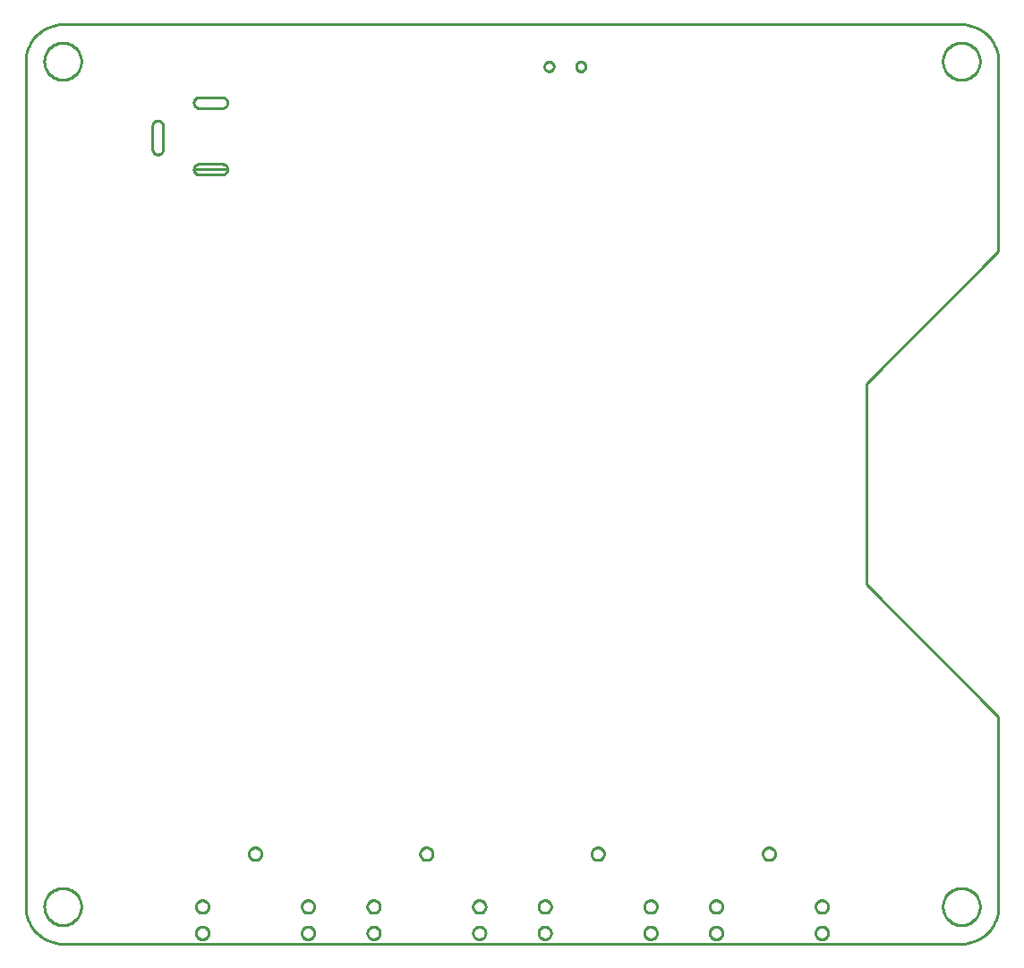
<source format=gbr>
G04 EAGLE Gerber RS-274X export*
G75*
%MOMM*%
%FSLAX34Y34*%
%LPD*%
%IN*%
%IPPOS*%
%AMOC8*
5,1,8,0,0,1.08239X$1,22.5*%
G01*
%ADD10C,0.254000*%


D10*
X-920000Y35000D02*
X-919867Y31950D01*
X-919468Y28922D01*
X-918807Y25941D01*
X-917889Y23029D01*
X-916721Y20208D01*
X-915311Y17500D01*
X-913670Y14925D01*
X-911812Y12502D01*
X-909749Y10251D01*
X-907498Y8188D01*
X-905075Y6330D01*
X-902500Y4689D01*
X-899792Y3279D01*
X-896971Y2111D01*
X-894059Y1193D01*
X-891078Y532D01*
X-888050Y133D01*
X-885000Y0D01*
X-35000Y0D01*
X-31950Y133D01*
X-28922Y532D01*
X-25941Y1193D01*
X-23029Y2111D01*
X-20208Y3279D01*
X-17500Y4689D01*
X-14925Y6330D01*
X-12502Y8188D01*
X-10251Y10251D01*
X-8188Y12502D01*
X-6330Y14925D01*
X-4689Y17500D01*
X-3279Y20208D01*
X-2111Y23029D01*
X-1193Y25941D01*
X-532Y28922D01*
X-133Y31950D01*
X0Y35000D01*
X0Y215000D01*
X-125000Y340000D01*
X-125000Y530000D01*
X0Y655000D01*
X0Y835000D01*
X-133Y838050D01*
X-532Y841078D01*
X-1193Y844059D01*
X-2111Y846971D01*
X-3279Y849792D01*
X-4689Y852500D01*
X-6330Y855075D01*
X-8188Y857498D01*
X-10251Y859749D01*
X-12502Y861812D01*
X-14925Y863670D01*
X-17500Y865311D01*
X-20208Y866721D01*
X-23029Y867889D01*
X-25941Y868807D01*
X-28922Y869468D01*
X-31950Y869867D01*
X-35000Y870000D01*
X-885000Y870000D01*
X-888050Y869867D01*
X-891078Y869468D01*
X-894059Y868807D01*
X-896971Y867889D01*
X-899792Y866721D01*
X-902500Y865311D01*
X-905075Y863670D01*
X-907498Y861812D01*
X-909749Y859749D01*
X-911812Y857498D01*
X-913670Y855075D01*
X-915311Y852500D01*
X-916721Y849792D01*
X-917889Y846971D01*
X-918807Y844059D01*
X-919468Y841078D01*
X-919867Y838050D01*
X-920000Y835000D01*
X-920000Y35000D01*
X-800100Y751800D02*
X-800081Y751364D01*
X-800024Y750932D01*
X-799930Y750506D01*
X-799798Y750090D01*
X-799632Y749687D01*
X-799430Y749300D01*
X-799196Y748932D01*
X-798930Y748586D01*
X-798636Y748264D01*
X-798314Y747970D01*
X-797968Y747704D01*
X-797600Y747470D01*
X-797213Y747268D01*
X-796810Y747102D01*
X-796394Y746970D01*
X-795968Y746876D01*
X-795536Y746819D01*
X-795100Y746800D01*
X-794664Y746819D01*
X-794232Y746876D01*
X-793806Y746970D01*
X-793390Y747102D01*
X-792987Y747268D01*
X-792600Y747470D01*
X-792232Y747704D01*
X-791886Y747970D01*
X-791564Y748264D01*
X-791270Y748586D01*
X-791004Y748932D01*
X-790770Y749300D01*
X-790568Y749687D01*
X-790402Y750090D01*
X-790270Y750506D01*
X-790176Y750932D01*
X-790119Y751364D01*
X-790100Y751800D01*
X-790100Y773800D01*
X-790119Y774236D01*
X-790176Y774668D01*
X-790270Y775094D01*
X-790402Y775510D01*
X-790568Y775913D01*
X-790770Y776300D01*
X-791004Y776668D01*
X-791270Y777014D01*
X-791564Y777336D01*
X-791886Y777630D01*
X-792232Y777896D01*
X-792600Y778130D01*
X-792987Y778332D01*
X-793390Y778498D01*
X-793806Y778630D01*
X-794232Y778724D01*
X-794664Y778781D01*
X-795100Y778800D01*
X-795536Y778781D01*
X-795968Y778724D01*
X-796394Y778630D01*
X-796810Y778498D01*
X-797213Y778332D01*
X-797600Y778130D01*
X-797968Y777896D01*
X-798314Y777630D01*
X-798636Y777336D01*
X-798930Y777014D01*
X-799196Y776668D01*
X-799430Y776300D01*
X-799632Y775913D01*
X-799798Y775510D01*
X-799930Y775094D01*
X-800024Y774668D01*
X-800081Y774236D01*
X-800100Y773800D01*
X-800100Y751800D01*
X-761100Y795800D02*
X-761081Y795364D01*
X-761024Y794932D01*
X-760930Y794506D01*
X-760798Y794090D01*
X-760632Y793687D01*
X-760430Y793300D01*
X-760196Y792932D01*
X-759930Y792586D01*
X-759636Y792264D01*
X-759314Y791970D01*
X-758968Y791704D01*
X-758600Y791470D01*
X-758213Y791268D01*
X-757810Y791102D01*
X-757394Y790970D01*
X-756968Y790876D01*
X-756536Y790819D01*
X-756100Y790800D01*
X-734100Y790800D01*
X-733664Y790819D01*
X-733232Y790876D01*
X-732806Y790970D01*
X-732390Y791102D01*
X-731987Y791268D01*
X-731600Y791470D01*
X-731232Y791704D01*
X-730886Y791970D01*
X-730564Y792264D01*
X-730270Y792586D01*
X-730004Y792932D01*
X-729770Y793300D01*
X-729568Y793687D01*
X-729402Y794090D01*
X-729270Y794506D01*
X-729176Y794932D01*
X-729119Y795364D01*
X-729100Y795800D01*
X-729119Y796236D01*
X-729176Y796668D01*
X-729270Y797094D01*
X-729402Y797510D01*
X-729568Y797913D01*
X-729770Y798300D01*
X-730004Y798668D01*
X-730270Y799014D01*
X-730564Y799336D01*
X-730886Y799630D01*
X-731232Y799896D01*
X-731600Y800130D01*
X-731987Y800332D01*
X-732390Y800498D01*
X-732806Y800630D01*
X-733232Y800724D01*
X-733664Y800781D01*
X-734100Y800800D01*
X-756100Y800800D01*
X-756536Y800781D01*
X-756968Y800724D01*
X-757394Y800630D01*
X-757810Y800498D01*
X-758213Y800332D01*
X-758600Y800130D01*
X-758968Y799896D01*
X-759314Y799630D01*
X-759636Y799336D01*
X-759930Y799014D01*
X-760196Y798668D01*
X-760430Y798300D01*
X-760632Y797913D01*
X-760798Y797510D01*
X-760930Y797094D01*
X-761024Y796668D01*
X-761081Y796236D01*
X-761100Y795800D01*
X-761100Y732800D02*
X-761081Y732364D01*
X-761024Y731932D01*
X-760930Y731506D01*
X-760798Y731090D01*
X-760632Y730687D01*
X-760430Y730300D01*
X-760196Y729932D01*
X-759930Y729586D01*
X-759636Y729264D01*
X-759314Y728970D01*
X-758968Y728704D01*
X-758600Y728470D01*
X-758213Y728268D01*
X-757810Y728102D01*
X-757394Y727970D01*
X-756968Y727876D01*
X-756536Y727819D01*
X-756100Y727800D01*
X-734100Y727800D01*
X-733664Y727819D01*
X-733232Y727876D01*
X-732806Y727970D01*
X-732390Y728102D01*
X-731987Y728268D01*
X-731600Y728470D01*
X-731232Y728704D01*
X-730886Y728970D01*
X-730564Y729264D01*
X-730270Y729586D01*
X-730004Y729932D01*
X-729770Y730300D01*
X-729568Y730687D01*
X-729402Y731090D01*
X-729270Y731506D01*
X-729176Y731932D01*
X-729119Y732364D01*
X-729100Y732800D01*
X-761100Y732800D01*
X-761100Y732800D02*
X-729100Y732800D01*
X-729119Y733236D01*
X-729176Y733668D01*
X-729270Y734094D01*
X-729402Y734510D01*
X-729568Y734913D01*
X-729770Y735300D01*
X-730004Y735668D01*
X-730270Y736014D01*
X-730564Y736336D01*
X-730886Y736630D01*
X-731232Y736896D01*
X-731600Y737130D01*
X-731987Y737332D01*
X-732390Y737498D01*
X-732806Y737630D01*
X-733232Y737724D01*
X-733664Y737781D01*
X-734100Y737800D01*
X-756100Y737800D01*
X-756536Y737781D01*
X-756968Y737724D01*
X-757394Y737630D01*
X-757810Y737498D01*
X-758213Y737332D01*
X-758600Y737130D01*
X-758968Y736896D01*
X-759314Y736630D01*
X-759636Y736336D01*
X-759930Y736014D01*
X-760196Y735668D01*
X-760430Y735300D01*
X-760632Y734913D01*
X-760798Y734510D01*
X-760930Y734094D01*
X-761024Y733668D01*
X-761081Y733236D01*
X-761100Y732800D01*
X-761100Y732800D02*
X-761081Y732364D01*
X-761024Y731932D01*
X-760930Y731506D01*
X-760798Y731090D01*
X-760632Y730687D01*
X-760430Y730300D01*
X-760196Y729932D01*
X-759930Y729586D01*
X-759636Y729264D01*
X-759314Y728970D01*
X-758968Y728704D01*
X-758600Y728470D01*
X-758213Y728268D01*
X-757810Y728102D01*
X-757394Y727970D01*
X-756968Y727876D01*
X-756536Y727819D01*
X-756100Y727800D01*
X-734100Y727800D01*
X-733664Y727819D01*
X-733232Y727876D01*
X-732806Y727970D01*
X-732390Y728102D01*
X-731987Y728268D01*
X-731600Y728470D01*
X-731232Y728704D01*
X-730886Y728970D01*
X-730564Y729264D01*
X-730270Y729586D01*
X-730004Y729932D01*
X-729770Y730300D01*
X-729568Y730687D01*
X-729402Y731090D01*
X-729270Y731506D01*
X-729176Y731932D01*
X-729119Y732364D01*
X-729100Y732800D01*
X-729119Y733236D01*
X-729176Y733668D01*
X-729270Y734094D01*
X-729402Y734510D01*
X-729568Y734913D01*
X-729770Y735300D01*
X-730004Y735668D01*
X-730270Y736014D01*
X-730564Y736336D01*
X-730886Y736630D01*
X-731232Y736896D01*
X-731600Y737130D01*
X-731987Y737332D01*
X-732390Y737498D01*
X-732806Y737630D01*
X-733232Y737724D01*
X-733664Y737781D01*
X-734100Y737800D01*
X-756100Y737800D01*
X-756536Y737781D01*
X-756968Y737724D01*
X-757394Y737630D01*
X-757810Y737498D01*
X-758213Y737332D01*
X-758600Y737130D01*
X-758968Y736896D01*
X-759314Y736630D01*
X-759636Y736336D01*
X-759930Y736014D01*
X-760196Y735668D01*
X-760430Y735300D01*
X-760632Y734913D01*
X-760798Y734510D01*
X-760930Y734094D01*
X-761024Y733668D01*
X-761081Y733236D01*
X-761100Y732800D01*
X-867500Y34427D02*
X-867575Y33284D01*
X-867725Y32148D01*
X-867948Y31024D01*
X-868245Y29917D01*
X-868613Y28832D01*
X-869051Y27774D01*
X-869558Y26746D01*
X-870131Y25754D01*
X-870768Y24801D01*
X-871465Y23892D01*
X-872221Y23031D01*
X-873031Y22221D01*
X-873892Y21465D01*
X-874801Y20768D01*
X-875754Y20131D01*
X-876746Y19558D01*
X-877774Y19051D01*
X-878832Y18613D01*
X-879917Y18245D01*
X-881024Y17948D01*
X-882148Y17725D01*
X-883284Y17575D01*
X-884427Y17500D01*
X-885573Y17500D01*
X-886716Y17575D01*
X-887852Y17725D01*
X-888976Y17948D01*
X-890083Y18245D01*
X-891168Y18613D01*
X-892226Y19051D01*
X-893254Y19558D01*
X-894246Y20131D01*
X-895199Y20768D01*
X-896108Y21465D01*
X-896969Y22221D01*
X-897779Y23031D01*
X-898535Y23892D01*
X-899232Y24801D01*
X-899869Y25754D01*
X-900442Y26746D01*
X-900949Y27774D01*
X-901387Y28832D01*
X-901755Y29917D01*
X-902052Y31024D01*
X-902276Y32148D01*
X-902425Y33284D01*
X-902500Y34427D01*
X-902500Y35573D01*
X-902425Y36716D01*
X-902276Y37852D01*
X-902052Y38976D01*
X-901755Y40083D01*
X-901387Y41168D01*
X-900949Y42226D01*
X-900442Y43254D01*
X-899869Y44246D01*
X-899232Y45199D01*
X-898535Y46108D01*
X-897779Y46969D01*
X-896969Y47779D01*
X-896108Y48535D01*
X-895199Y49232D01*
X-894246Y49869D01*
X-893254Y50442D01*
X-892226Y50949D01*
X-891168Y51387D01*
X-890083Y51755D01*
X-888976Y52052D01*
X-887852Y52276D01*
X-886716Y52425D01*
X-885573Y52500D01*
X-884427Y52500D01*
X-883284Y52425D01*
X-882148Y52276D01*
X-881024Y52052D01*
X-879917Y51755D01*
X-878832Y51387D01*
X-877774Y50949D01*
X-876746Y50442D01*
X-875754Y49869D01*
X-874801Y49232D01*
X-873892Y48535D01*
X-873031Y47779D01*
X-872221Y46969D01*
X-871465Y46108D01*
X-870768Y45199D01*
X-870131Y44246D01*
X-869558Y43254D01*
X-869051Y42226D01*
X-868613Y41168D01*
X-868245Y40083D01*
X-867948Y38976D01*
X-867725Y37852D01*
X-867575Y36716D01*
X-867500Y35573D01*
X-867500Y34427D01*
X-17500Y34427D02*
X-17575Y33284D01*
X-17725Y32148D01*
X-17948Y31024D01*
X-18245Y29917D01*
X-18613Y28832D01*
X-19051Y27774D01*
X-19558Y26746D01*
X-20131Y25754D01*
X-20768Y24801D01*
X-21465Y23892D01*
X-22221Y23031D01*
X-23031Y22221D01*
X-23892Y21465D01*
X-24801Y20768D01*
X-25754Y20131D01*
X-26746Y19558D01*
X-27774Y19051D01*
X-28832Y18613D01*
X-29917Y18245D01*
X-31024Y17948D01*
X-32148Y17725D01*
X-33284Y17575D01*
X-34427Y17500D01*
X-35573Y17500D01*
X-36716Y17575D01*
X-37852Y17725D01*
X-38976Y17948D01*
X-40083Y18245D01*
X-41168Y18613D01*
X-42226Y19051D01*
X-43254Y19558D01*
X-44246Y20131D01*
X-45199Y20768D01*
X-46108Y21465D01*
X-46969Y22221D01*
X-47779Y23031D01*
X-48535Y23892D01*
X-49232Y24801D01*
X-49869Y25754D01*
X-50442Y26746D01*
X-50949Y27774D01*
X-51387Y28832D01*
X-51755Y29917D01*
X-52052Y31024D01*
X-52276Y32148D01*
X-52425Y33284D01*
X-52500Y34427D01*
X-52500Y35573D01*
X-52425Y36716D01*
X-52276Y37852D01*
X-52052Y38976D01*
X-51755Y40083D01*
X-51387Y41168D01*
X-50949Y42226D01*
X-50442Y43254D01*
X-49869Y44246D01*
X-49232Y45199D01*
X-48535Y46108D01*
X-47779Y46969D01*
X-46969Y47779D01*
X-46108Y48535D01*
X-45199Y49232D01*
X-44246Y49869D01*
X-43254Y50442D01*
X-42226Y50949D01*
X-41168Y51387D01*
X-40083Y51755D01*
X-38976Y52052D01*
X-37852Y52276D01*
X-36716Y52425D01*
X-35573Y52500D01*
X-34427Y52500D01*
X-33284Y52425D01*
X-32148Y52276D01*
X-31024Y52052D01*
X-29917Y51755D01*
X-28832Y51387D01*
X-27774Y50949D01*
X-26746Y50442D01*
X-25754Y49869D01*
X-24801Y49232D01*
X-23892Y48535D01*
X-23031Y47779D01*
X-22221Y46969D01*
X-21465Y46108D01*
X-20768Y45199D01*
X-20131Y44246D01*
X-19558Y43254D01*
X-19051Y42226D01*
X-18613Y41168D01*
X-18245Y40083D01*
X-17948Y38976D01*
X-17725Y37852D01*
X-17575Y36716D01*
X-17500Y35573D01*
X-17500Y34427D01*
X-17500Y834427D02*
X-17575Y833284D01*
X-17725Y832148D01*
X-17948Y831024D01*
X-18245Y829917D01*
X-18613Y828832D01*
X-19051Y827774D01*
X-19558Y826746D01*
X-20131Y825754D01*
X-20768Y824801D01*
X-21465Y823892D01*
X-22221Y823031D01*
X-23031Y822221D01*
X-23892Y821465D01*
X-24801Y820768D01*
X-25754Y820131D01*
X-26746Y819558D01*
X-27774Y819051D01*
X-28832Y818613D01*
X-29917Y818245D01*
X-31024Y817948D01*
X-32148Y817725D01*
X-33284Y817575D01*
X-34427Y817500D01*
X-35573Y817500D01*
X-36716Y817575D01*
X-37852Y817725D01*
X-38976Y817948D01*
X-40083Y818245D01*
X-41168Y818613D01*
X-42226Y819051D01*
X-43254Y819558D01*
X-44246Y820131D01*
X-45199Y820768D01*
X-46108Y821465D01*
X-46969Y822221D01*
X-47779Y823031D01*
X-48535Y823892D01*
X-49232Y824801D01*
X-49869Y825754D01*
X-50442Y826746D01*
X-50949Y827774D01*
X-51387Y828832D01*
X-51755Y829917D01*
X-52052Y831024D01*
X-52276Y832148D01*
X-52425Y833284D01*
X-52500Y834427D01*
X-52500Y835573D01*
X-52425Y836716D01*
X-52276Y837852D01*
X-52052Y838976D01*
X-51755Y840083D01*
X-51387Y841168D01*
X-50949Y842226D01*
X-50442Y843254D01*
X-49869Y844246D01*
X-49232Y845199D01*
X-48535Y846108D01*
X-47779Y846969D01*
X-46969Y847779D01*
X-46108Y848535D01*
X-45199Y849232D01*
X-44246Y849869D01*
X-43254Y850442D01*
X-42226Y850949D01*
X-41168Y851387D01*
X-40083Y851755D01*
X-38976Y852052D01*
X-37852Y852276D01*
X-36716Y852425D01*
X-35573Y852500D01*
X-34427Y852500D01*
X-33284Y852425D01*
X-32148Y852276D01*
X-31024Y852052D01*
X-29917Y851755D01*
X-28832Y851387D01*
X-27774Y850949D01*
X-26746Y850442D01*
X-25754Y849869D01*
X-24801Y849232D01*
X-23892Y848535D01*
X-23031Y847779D01*
X-22221Y846969D01*
X-21465Y846108D01*
X-20768Y845199D01*
X-20131Y844246D01*
X-19558Y843254D01*
X-19051Y842226D01*
X-18613Y841168D01*
X-18245Y840083D01*
X-17948Y838976D01*
X-17725Y837852D01*
X-17575Y836716D01*
X-17500Y835573D01*
X-17500Y834427D01*
X-867500Y834427D02*
X-867575Y833284D01*
X-867725Y832148D01*
X-867948Y831024D01*
X-868245Y829917D01*
X-868613Y828832D01*
X-869051Y827774D01*
X-869558Y826746D01*
X-870131Y825754D01*
X-870768Y824801D01*
X-871465Y823892D01*
X-872221Y823031D01*
X-873031Y822221D01*
X-873892Y821465D01*
X-874801Y820768D01*
X-875754Y820131D01*
X-876746Y819558D01*
X-877774Y819051D01*
X-878832Y818613D01*
X-879917Y818245D01*
X-881024Y817948D01*
X-882148Y817725D01*
X-883284Y817575D01*
X-884427Y817500D01*
X-885573Y817500D01*
X-886716Y817575D01*
X-887852Y817725D01*
X-888976Y817948D01*
X-890083Y818245D01*
X-891168Y818613D01*
X-892226Y819051D01*
X-893254Y819558D01*
X-894246Y820131D01*
X-895199Y820768D01*
X-896108Y821465D01*
X-896969Y822221D01*
X-897779Y823031D01*
X-898535Y823892D01*
X-899232Y824801D01*
X-899869Y825754D01*
X-900442Y826746D01*
X-900949Y827774D01*
X-901387Y828832D01*
X-901755Y829917D01*
X-902052Y831024D01*
X-902276Y832148D01*
X-902425Y833284D01*
X-902500Y834427D01*
X-902500Y835573D01*
X-902425Y836716D01*
X-902276Y837852D01*
X-902052Y838976D01*
X-901755Y840083D01*
X-901387Y841168D01*
X-900949Y842226D01*
X-900442Y843254D01*
X-899869Y844246D01*
X-899232Y845199D01*
X-898535Y846108D01*
X-897779Y846969D01*
X-896969Y847779D01*
X-896108Y848535D01*
X-895199Y849232D01*
X-894246Y849869D01*
X-893254Y850442D01*
X-892226Y850949D01*
X-891168Y851387D01*
X-890083Y851755D01*
X-888976Y852052D01*
X-887852Y852276D01*
X-886716Y852425D01*
X-885573Y852500D01*
X-884427Y852500D01*
X-883284Y852425D01*
X-882148Y852276D01*
X-881024Y852052D01*
X-879917Y851755D01*
X-878832Y851387D01*
X-877774Y850949D01*
X-876746Y850442D01*
X-875754Y849869D01*
X-874801Y849232D01*
X-873892Y848535D01*
X-873031Y847779D01*
X-872221Y846969D01*
X-871465Y846108D01*
X-870768Y845199D01*
X-870131Y844246D01*
X-869558Y843254D01*
X-869051Y842226D01*
X-868613Y841168D01*
X-868245Y840083D01*
X-867948Y838976D01*
X-867725Y837852D01*
X-867575Y836716D01*
X-867500Y835573D01*
X-867500Y834427D01*
X-266663Y41000D02*
X-265993Y40925D01*
X-265336Y40775D01*
X-264700Y40552D01*
X-264093Y40260D01*
X-263523Y39901D01*
X-262996Y39481D01*
X-262519Y39004D01*
X-262099Y38478D01*
X-261740Y37907D01*
X-261448Y37300D01*
X-261225Y36664D01*
X-261075Y36007D01*
X-261000Y35337D01*
X-261000Y34663D01*
X-261075Y33993D01*
X-261225Y33336D01*
X-261448Y32700D01*
X-261740Y32093D01*
X-262099Y31523D01*
X-262519Y30996D01*
X-262996Y30519D01*
X-263523Y30099D01*
X-264093Y29740D01*
X-264700Y29448D01*
X-265336Y29225D01*
X-265993Y29075D01*
X-266663Y29000D01*
X-267337Y29000D01*
X-268007Y29075D01*
X-268664Y29225D01*
X-269300Y29448D01*
X-269907Y29740D01*
X-270478Y30099D01*
X-271004Y30519D01*
X-271481Y30996D01*
X-271901Y31523D01*
X-272260Y32093D01*
X-272552Y32700D01*
X-272775Y33336D01*
X-272925Y33993D01*
X-273000Y34663D01*
X-273000Y35337D01*
X-272925Y36007D01*
X-272775Y36664D01*
X-272552Y37300D01*
X-272260Y37907D01*
X-271901Y38478D01*
X-271481Y39004D01*
X-271004Y39481D01*
X-270478Y39901D01*
X-269907Y40260D01*
X-269300Y40552D01*
X-268664Y40775D01*
X-268007Y40925D01*
X-267337Y41000D01*
X-266663Y41000D01*
X-266663Y16000D02*
X-265993Y15925D01*
X-265336Y15775D01*
X-264700Y15552D01*
X-264093Y15260D01*
X-263523Y14901D01*
X-262996Y14481D01*
X-262519Y14004D01*
X-262099Y13478D01*
X-261740Y12907D01*
X-261448Y12300D01*
X-261225Y11664D01*
X-261075Y11007D01*
X-261000Y10337D01*
X-261000Y9663D01*
X-261075Y8993D01*
X-261225Y8336D01*
X-261448Y7700D01*
X-261740Y7093D01*
X-262099Y6523D01*
X-262519Y5996D01*
X-262996Y5519D01*
X-263523Y5099D01*
X-264093Y4740D01*
X-264700Y4448D01*
X-265336Y4225D01*
X-265993Y4075D01*
X-266663Y4000D01*
X-267337Y4000D01*
X-268007Y4075D01*
X-268664Y4225D01*
X-269300Y4448D01*
X-269907Y4740D01*
X-270478Y5099D01*
X-271004Y5519D01*
X-271481Y5996D01*
X-271901Y6523D01*
X-272260Y7093D01*
X-272552Y7700D01*
X-272775Y8336D01*
X-272925Y8993D01*
X-273000Y9663D01*
X-273000Y10337D01*
X-272925Y11007D01*
X-272775Y11664D01*
X-272552Y12300D01*
X-272260Y12907D01*
X-271901Y13478D01*
X-271481Y14004D01*
X-271004Y14481D01*
X-270478Y14901D01*
X-269907Y15260D01*
X-269300Y15552D01*
X-268664Y15775D01*
X-268007Y15925D01*
X-267337Y16000D01*
X-266663Y16000D01*
X-166663Y16000D02*
X-165993Y15925D01*
X-165336Y15775D01*
X-164700Y15552D01*
X-164093Y15260D01*
X-163523Y14901D01*
X-162996Y14481D01*
X-162519Y14004D01*
X-162099Y13478D01*
X-161740Y12907D01*
X-161448Y12300D01*
X-161225Y11664D01*
X-161075Y11007D01*
X-161000Y10337D01*
X-161000Y9663D01*
X-161075Y8993D01*
X-161225Y8336D01*
X-161448Y7700D01*
X-161740Y7093D01*
X-162099Y6523D01*
X-162519Y5996D01*
X-162996Y5519D01*
X-163523Y5099D01*
X-164093Y4740D01*
X-164700Y4448D01*
X-165336Y4225D01*
X-165993Y4075D01*
X-166663Y4000D01*
X-167337Y4000D01*
X-168007Y4075D01*
X-168664Y4225D01*
X-169300Y4448D01*
X-169907Y4740D01*
X-170478Y5099D01*
X-171004Y5519D01*
X-171481Y5996D01*
X-171901Y6523D01*
X-172260Y7093D01*
X-172552Y7700D01*
X-172775Y8336D01*
X-172925Y8993D01*
X-173000Y9663D01*
X-173000Y10337D01*
X-172925Y11007D01*
X-172775Y11664D01*
X-172552Y12300D01*
X-172260Y12907D01*
X-171901Y13478D01*
X-171481Y14004D01*
X-171004Y14481D01*
X-170478Y14901D01*
X-169907Y15260D01*
X-169300Y15552D01*
X-168664Y15775D01*
X-168007Y15925D01*
X-167337Y16000D01*
X-166663Y16000D01*
X-166663Y41000D02*
X-165993Y40925D01*
X-165336Y40775D01*
X-164700Y40552D01*
X-164093Y40260D01*
X-163523Y39901D01*
X-162996Y39481D01*
X-162519Y39004D01*
X-162099Y38478D01*
X-161740Y37907D01*
X-161448Y37300D01*
X-161225Y36664D01*
X-161075Y36007D01*
X-161000Y35337D01*
X-161000Y34663D01*
X-161075Y33993D01*
X-161225Y33336D01*
X-161448Y32700D01*
X-161740Y32093D01*
X-162099Y31523D01*
X-162519Y30996D01*
X-162996Y30519D01*
X-163523Y30099D01*
X-164093Y29740D01*
X-164700Y29448D01*
X-165336Y29225D01*
X-165993Y29075D01*
X-166663Y29000D01*
X-167337Y29000D01*
X-168007Y29075D01*
X-168664Y29225D01*
X-169300Y29448D01*
X-169907Y29740D01*
X-170478Y30099D01*
X-171004Y30519D01*
X-171481Y30996D01*
X-171901Y31523D01*
X-172260Y32093D01*
X-172552Y32700D01*
X-172775Y33336D01*
X-172925Y33993D01*
X-173000Y34663D01*
X-173000Y35337D01*
X-172925Y36007D01*
X-172775Y36664D01*
X-172552Y37300D01*
X-172260Y37907D01*
X-171901Y38478D01*
X-171481Y39004D01*
X-171004Y39481D01*
X-170478Y39901D01*
X-169907Y40260D01*
X-169300Y40552D01*
X-168664Y40775D01*
X-168007Y40925D01*
X-167337Y41000D01*
X-166663Y41000D01*
X-216663Y91000D02*
X-215993Y90925D01*
X-215336Y90775D01*
X-214700Y90552D01*
X-214093Y90260D01*
X-213523Y89901D01*
X-212996Y89481D01*
X-212519Y89004D01*
X-212099Y88478D01*
X-211740Y87907D01*
X-211448Y87300D01*
X-211225Y86664D01*
X-211075Y86007D01*
X-211000Y85337D01*
X-211000Y84663D01*
X-211075Y83993D01*
X-211225Y83336D01*
X-211448Y82700D01*
X-211740Y82093D01*
X-212099Y81523D01*
X-212519Y80996D01*
X-212996Y80519D01*
X-213523Y80099D01*
X-214093Y79740D01*
X-214700Y79448D01*
X-215336Y79225D01*
X-215993Y79075D01*
X-216663Y79000D01*
X-217337Y79000D01*
X-218007Y79075D01*
X-218664Y79225D01*
X-219300Y79448D01*
X-219907Y79740D01*
X-220478Y80099D01*
X-221004Y80519D01*
X-221481Y80996D01*
X-221901Y81523D01*
X-222260Y82093D01*
X-222552Y82700D01*
X-222775Y83336D01*
X-222925Y83993D01*
X-223000Y84663D01*
X-223000Y85337D01*
X-222925Y86007D01*
X-222775Y86664D01*
X-222552Y87300D01*
X-222260Y87907D01*
X-221901Y88478D01*
X-221481Y89004D01*
X-221004Y89481D01*
X-220478Y89901D01*
X-219907Y90260D01*
X-219300Y90552D01*
X-218664Y90775D01*
X-218007Y90925D01*
X-217337Y91000D01*
X-216663Y91000D01*
X-428663Y41000D02*
X-427993Y40925D01*
X-427336Y40775D01*
X-426700Y40552D01*
X-426093Y40260D01*
X-425523Y39901D01*
X-424996Y39481D01*
X-424519Y39004D01*
X-424099Y38478D01*
X-423740Y37907D01*
X-423448Y37300D01*
X-423225Y36664D01*
X-423075Y36007D01*
X-423000Y35337D01*
X-423000Y34663D01*
X-423075Y33993D01*
X-423225Y33336D01*
X-423448Y32700D01*
X-423740Y32093D01*
X-424099Y31523D01*
X-424519Y30996D01*
X-424996Y30519D01*
X-425523Y30099D01*
X-426093Y29740D01*
X-426700Y29448D01*
X-427336Y29225D01*
X-427993Y29075D01*
X-428663Y29000D01*
X-429337Y29000D01*
X-430007Y29075D01*
X-430664Y29225D01*
X-431300Y29448D01*
X-431907Y29740D01*
X-432478Y30099D01*
X-433004Y30519D01*
X-433481Y30996D01*
X-433901Y31523D01*
X-434260Y32093D01*
X-434552Y32700D01*
X-434775Y33336D01*
X-434925Y33993D01*
X-435000Y34663D01*
X-435000Y35337D01*
X-434925Y36007D01*
X-434775Y36664D01*
X-434552Y37300D01*
X-434260Y37907D01*
X-433901Y38478D01*
X-433481Y39004D01*
X-433004Y39481D01*
X-432478Y39901D01*
X-431907Y40260D01*
X-431300Y40552D01*
X-430664Y40775D01*
X-430007Y40925D01*
X-429337Y41000D01*
X-428663Y41000D01*
X-428663Y16000D02*
X-427993Y15925D01*
X-427336Y15775D01*
X-426700Y15552D01*
X-426093Y15260D01*
X-425523Y14901D01*
X-424996Y14481D01*
X-424519Y14004D01*
X-424099Y13478D01*
X-423740Y12907D01*
X-423448Y12300D01*
X-423225Y11664D01*
X-423075Y11007D01*
X-423000Y10337D01*
X-423000Y9663D01*
X-423075Y8993D01*
X-423225Y8336D01*
X-423448Y7700D01*
X-423740Y7093D01*
X-424099Y6523D01*
X-424519Y5996D01*
X-424996Y5519D01*
X-425523Y5099D01*
X-426093Y4740D01*
X-426700Y4448D01*
X-427336Y4225D01*
X-427993Y4075D01*
X-428663Y4000D01*
X-429337Y4000D01*
X-430007Y4075D01*
X-430664Y4225D01*
X-431300Y4448D01*
X-431907Y4740D01*
X-432478Y5099D01*
X-433004Y5519D01*
X-433481Y5996D01*
X-433901Y6523D01*
X-434260Y7093D01*
X-434552Y7700D01*
X-434775Y8336D01*
X-434925Y8993D01*
X-435000Y9663D01*
X-435000Y10337D01*
X-434925Y11007D01*
X-434775Y11664D01*
X-434552Y12300D01*
X-434260Y12907D01*
X-433901Y13478D01*
X-433481Y14004D01*
X-433004Y14481D01*
X-432478Y14901D01*
X-431907Y15260D01*
X-431300Y15552D01*
X-430664Y15775D01*
X-430007Y15925D01*
X-429337Y16000D01*
X-428663Y16000D01*
X-328663Y16000D02*
X-327993Y15925D01*
X-327336Y15775D01*
X-326700Y15552D01*
X-326093Y15260D01*
X-325523Y14901D01*
X-324996Y14481D01*
X-324519Y14004D01*
X-324099Y13478D01*
X-323740Y12907D01*
X-323448Y12300D01*
X-323225Y11664D01*
X-323075Y11007D01*
X-323000Y10337D01*
X-323000Y9663D01*
X-323075Y8993D01*
X-323225Y8336D01*
X-323448Y7700D01*
X-323740Y7093D01*
X-324099Y6523D01*
X-324519Y5996D01*
X-324996Y5519D01*
X-325523Y5099D01*
X-326093Y4740D01*
X-326700Y4448D01*
X-327336Y4225D01*
X-327993Y4075D01*
X-328663Y4000D01*
X-329337Y4000D01*
X-330007Y4075D01*
X-330664Y4225D01*
X-331300Y4448D01*
X-331907Y4740D01*
X-332478Y5099D01*
X-333004Y5519D01*
X-333481Y5996D01*
X-333901Y6523D01*
X-334260Y7093D01*
X-334552Y7700D01*
X-334775Y8336D01*
X-334925Y8993D01*
X-335000Y9663D01*
X-335000Y10337D01*
X-334925Y11007D01*
X-334775Y11664D01*
X-334552Y12300D01*
X-334260Y12907D01*
X-333901Y13478D01*
X-333481Y14004D01*
X-333004Y14481D01*
X-332478Y14901D01*
X-331907Y15260D01*
X-331300Y15552D01*
X-330664Y15775D01*
X-330007Y15925D01*
X-329337Y16000D01*
X-328663Y16000D01*
X-328663Y41000D02*
X-327993Y40925D01*
X-327336Y40775D01*
X-326700Y40552D01*
X-326093Y40260D01*
X-325523Y39901D01*
X-324996Y39481D01*
X-324519Y39004D01*
X-324099Y38478D01*
X-323740Y37907D01*
X-323448Y37300D01*
X-323225Y36664D01*
X-323075Y36007D01*
X-323000Y35337D01*
X-323000Y34663D01*
X-323075Y33993D01*
X-323225Y33336D01*
X-323448Y32700D01*
X-323740Y32093D01*
X-324099Y31523D01*
X-324519Y30996D01*
X-324996Y30519D01*
X-325523Y30099D01*
X-326093Y29740D01*
X-326700Y29448D01*
X-327336Y29225D01*
X-327993Y29075D01*
X-328663Y29000D01*
X-329337Y29000D01*
X-330007Y29075D01*
X-330664Y29225D01*
X-331300Y29448D01*
X-331907Y29740D01*
X-332478Y30099D01*
X-333004Y30519D01*
X-333481Y30996D01*
X-333901Y31523D01*
X-334260Y32093D01*
X-334552Y32700D01*
X-334775Y33336D01*
X-334925Y33993D01*
X-335000Y34663D01*
X-335000Y35337D01*
X-334925Y36007D01*
X-334775Y36664D01*
X-334552Y37300D01*
X-334260Y37907D01*
X-333901Y38478D01*
X-333481Y39004D01*
X-333004Y39481D01*
X-332478Y39901D01*
X-331907Y40260D01*
X-331300Y40552D01*
X-330664Y40775D01*
X-330007Y40925D01*
X-329337Y41000D01*
X-328663Y41000D01*
X-378663Y91000D02*
X-377993Y90925D01*
X-377336Y90775D01*
X-376700Y90552D01*
X-376093Y90260D01*
X-375523Y89901D01*
X-374996Y89481D01*
X-374519Y89004D01*
X-374099Y88478D01*
X-373740Y87907D01*
X-373448Y87300D01*
X-373225Y86664D01*
X-373075Y86007D01*
X-373000Y85337D01*
X-373000Y84663D01*
X-373075Y83993D01*
X-373225Y83336D01*
X-373448Y82700D01*
X-373740Y82093D01*
X-374099Y81523D01*
X-374519Y80996D01*
X-374996Y80519D01*
X-375523Y80099D01*
X-376093Y79740D01*
X-376700Y79448D01*
X-377336Y79225D01*
X-377993Y79075D01*
X-378663Y79000D01*
X-379337Y79000D01*
X-380007Y79075D01*
X-380664Y79225D01*
X-381300Y79448D01*
X-381907Y79740D01*
X-382478Y80099D01*
X-383004Y80519D01*
X-383481Y80996D01*
X-383901Y81523D01*
X-384260Y82093D01*
X-384552Y82700D01*
X-384775Y83336D01*
X-384925Y83993D01*
X-385000Y84663D01*
X-385000Y85337D01*
X-384925Y86007D01*
X-384775Y86664D01*
X-384552Y87300D01*
X-384260Y87907D01*
X-383901Y88478D01*
X-383481Y89004D01*
X-383004Y89481D01*
X-382478Y89901D01*
X-381907Y90260D01*
X-381300Y90552D01*
X-380664Y90775D01*
X-380007Y90925D01*
X-379337Y91000D01*
X-378663Y91000D01*
X-590663Y41000D02*
X-589993Y40925D01*
X-589336Y40775D01*
X-588700Y40552D01*
X-588093Y40260D01*
X-587523Y39901D01*
X-586996Y39481D01*
X-586519Y39004D01*
X-586099Y38478D01*
X-585740Y37907D01*
X-585448Y37300D01*
X-585225Y36664D01*
X-585075Y36007D01*
X-585000Y35337D01*
X-585000Y34663D01*
X-585075Y33993D01*
X-585225Y33336D01*
X-585448Y32700D01*
X-585740Y32093D01*
X-586099Y31523D01*
X-586519Y30996D01*
X-586996Y30519D01*
X-587523Y30099D01*
X-588093Y29740D01*
X-588700Y29448D01*
X-589336Y29225D01*
X-589993Y29075D01*
X-590663Y29000D01*
X-591337Y29000D01*
X-592007Y29075D01*
X-592664Y29225D01*
X-593300Y29448D01*
X-593907Y29740D01*
X-594478Y30099D01*
X-595004Y30519D01*
X-595481Y30996D01*
X-595901Y31523D01*
X-596260Y32093D01*
X-596552Y32700D01*
X-596775Y33336D01*
X-596925Y33993D01*
X-597000Y34663D01*
X-597000Y35337D01*
X-596925Y36007D01*
X-596775Y36664D01*
X-596552Y37300D01*
X-596260Y37907D01*
X-595901Y38478D01*
X-595481Y39004D01*
X-595004Y39481D01*
X-594478Y39901D01*
X-593907Y40260D01*
X-593300Y40552D01*
X-592664Y40775D01*
X-592007Y40925D01*
X-591337Y41000D01*
X-590663Y41000D01*
X-590663Y16000D02*
X-589993Y15925D01*
X-589336Y15775D01*
X-588700Y15552D01*
X-588093Y15260D01*
X-587523Y14901D01*
X-586996Y14481D01*
X-586519Y14004D01*
X-586099Y13478D01*
X-585740Y12907D01*
X-585448Y12300D01*
X-585225Y11664D01*
X-585075Y11007D01*
X-585000Y10337D01*
X-585000Y9663D01*
X-585075Y8993D01*
X-585225Y8336D01*
X-585448Y7700D01*
X-585740Y7093D01*
X-586099Y6523D01*
X-586519Y5996D01*
X-586996Y5519D01*
X-587523Y5099D01*
X-588093Y4740D01*
X-588700Y4448D01*
X-589336Y4225D01*
X-589993Y4075D01*
X-590663Y4000D01*
X-591337Y4000D01*
X-592007Y4075D01*
X-592664Y4225D01*
X-593300Y4448D01*
X-593907Y4740D01*
X-594478Y5099D01*
X-595004Y5519D01*
X-595481Y5996D01*
X-595901Y6523D01*
X-596260Y7093D01*
X-596552Y7700D01*
X-596775Y8336D01*
X-596925Y8993D01*
X-597000Y9663D01*
X-597000Y10337D01*
X-596925Y11007D01*
X-596775Y11664D01*
X-596552Y12300D01*
X-596260Y12907D01*
X-595901Y13478D01*
X-595481Y14004D01*
X-595004Y14481D01*
X-594478Y14901D01*
X-593907Y15260D01*
X-593300Y15552D01*
X-592664Y15775D01*
X-592007Y15925D01*
X-591337Y16000D01*
X-590663Y16000D01*
X-490663Y16000D02*
X-489993Y15925D01*
X-489336Y15775D01*
X-488700Y15552D01*
X-488093Y15260D01*
X-487523Y14901D01*
X-486996Y14481D01*
X-486519Y14004D01*
X-486099Y13478D01*
X-485740Y12907D01*
X-485448Y12300D01*
X-485225Y11664D01*
X-485075Y11007D01*
X-485000Y10337D01*
X-485000Y9663D01*
X-485075Y8993D01*
X-485225Y8336D01*
X-485448Y7700D01*
X-485740Y7093D01*
X-486099Y6523D01*
X-486519Y5996D01*
X-486996Y5519D01*
X-487523Y5099D01*
X-488093Y4740D01*
X-488700Y4448D01*
X-489336Y4225D01*
X-489993Y4075D01*
X-490663Y4000D01*
X-491337Y4000D01*
X-492007Y4075D01*
X-492664Y4225D01*
X-493300Y4448D01*
X-493907Y4740D01*
X-494478Y5099D01*
X-495004Y5519D01*
X-495481Y5996D01*
X-495901Y6523D01*
X-496260Y7093D01*
X-496552Y7700D01*
X-496775Y8336D01*
X-496925Y8993D01*
X-497000Y9663D01*
X-497000Y10337D01*
X-496925Y11007D01*
X-496775Y11664D01*
X-496552Y12300D01*
X-496260Y12907D01*
X-495901Y13478D01*
X-495481Y14004D01*
X-495004Y14481D01*
X-494478Y14901D01*
X-493907Y15260D01*
X-493300Y15552D01*
X-492664Y15775D01*
X-492007Y15925D01*
X-491337Y16000D01*
X-490663Y16000D01*
X-490663Y41000D02*
X-489993Y40925D01*
X-489336Y40775D01*
X-488700Y40552D01*
X-488093Y40260D01*
X-487523Y39901D01*
X-486996Y39481D01*
X-486519Y39004D01*
X-486099Y38478D01*
X-485740Y37907D01*
X-485448Y37300D01*
X-485225Y36664D01*
X-485075Y36007D01*
X-485000Y35337D01*
X-485000Y34663D01*
X-485075Y33993D01*
X-485225Y33336D01*
X-485448Y32700D01*
X-485740Y32093D01*
X-486099Y31523D01*
X-486519Y30996D01*
X-486996Y30519D01*
X-487523Y30099D01*
X-488093Y29740D01*
X-488700Y29448D01*
X-489336Y29225D01*
X-489993Y29075D01*
X-490663Y29000D01*
X-491337Y29000D01*
X-492007Y29075D01*
X-492664Y29225D01*
X-493300Y29448D01*
X-493907Y29740D01*
X-494478Y30099D01*
X-495004Y30519D01*
X-495481Y30996D01*
X-495901Y31523D01*
X-496260Y32093D01*
X-496552Y32700D01*
X-496775Y33336D01*
X-496925Y33993D01*
X-497000Y34663D01*
X-497000Y35337D01*
X-496925Y36007D01*
X-496775Y36664D01*
X-496552Y37300D01*
X-496260Y37907D01*
X-495901Y38478D01*
X-495481Y39004D01*
X-495004Y39481D01*
X-494478Y39901D01*
X-493907Y40260D01*
X-493300Y40552D01*
X-492664Y40775D01*
X-492007Y40925D01*
X-491337Y41000D01*
X-490663Y41000D01*
X-540663Y91000D02*
X-539993Y90925D01*
X-539336Y90775D01*
X-538700Y90552D01*
X-538093Y90260D01*
X-537523Y89901D01*
X-536996Y89481D01*
X-536519Y89004D01*
X-536099Y88478D01*
X-535740Y87907D01*
X-535448Y87300D01*
X-535225Y86664D01*
X-535075Y86007D01*
X-535000Y85337D01*
X-535000Y84663D01*
X-535075Y83993D01*
X-535225Y83336D01*
X-535448Y82700D01*
X-535740Y82093D01*
X-536099Y81523D01*
X-536519Y80996D01*
X-536996Y80519D01*
X-537523Y80099D01*
X-538093Y79740D01*
X-538700Y79448D01*
X-539336Y79225D01*
X-539993Y79075D01*
X-540663Y79000D01*
X-541337Y79000D01*
X-542007Y79075D01*
X-542664Y79225D01*
X-543300Y79448D01*
X-543907Y79740D01*
X-544478Y80099D01*
X-545004Y80519D01*
X-545481Y80996D01*
X-545901Y81523D01*
X-546260Y82093D01*
X-546552Y82700D01*
X-546775Y83336D01*
X-546925Y83993D01*
X-547000Y84663D01*
X-547000Y85337D01*
X-546925Y86007D01*
X-546775Y86664D01*
X-546552Y87300D01*
X-546260Y87907D01*
X-545901Y88478D01*
X-545481Y89004D01*
X-545004Y89481D01*
X-544478Y89901D01*
X-543907Y90260D01*
X-543300Y90552D01*
X-542664Y90775D01*
X-542007Y90925D01*
X-541337Y91000D01*
X-540663Y91000D01*
X-752663Y41000D02*
X-751993Y40925D01*
X-751336Y40775D01*
X-750700Y40552D01*
X-750093Y40260D01*
X-749523Y39901D01*
X-748996Y39481D01*
X-748519Y39004D01*
X-748099Y38478D01*
X-747740Y37907D01*
X-747448Y37300D01*
X-747225Y36664D01*
X-747075Y36007D01*
X-747000Y35337D01*
X-747000Y34663D01*
X-747075Y33993D01*
X-747225Y33336D01*
X-747448Y32700D01*
X-747740Y32093D01*
X-748099Y31523D01*
X-748519Y30996D01*
X-748996Y30519D01*
X-749523Y30099D01*
X-750093Y29740D01*
X-750700Y29448D01*
X-751336Y29225D01*
X-751993Y29075D01*
X-752663Y29000D01*
X-753337Y29000D01*
X-754007Y29075D01*
X-754664Y29225D01*
X-755300Y29448D01*
X-755907Y29740D01*
X-756478Y30099D01*
X-757004Y30519D01*
X-757481Y30996D01*
X-757901Y31523D01*
X-758260Y32093D01*
X-758552Y32700D01*
X-758775Y33336D01*
X-758925Y33993D01*
X-759000Y34663D01*
X-759000Y35337D01*
X-758925Y36007D01*
X-758775Y36664D01*
X-758552Y37300D01*
X-758260Y37907D01*
X-757901Y38478D01*
X-757481Y39004D01*
X-757004Y39481D01*
X-756478Y39901D01*
X-755907Y40260D01*
X-755300Y40552D01*
X-754664Y40775D01*
X-754007Y40925D01*
X-753337Y41000D01*
X-752663Y41000D01*
X-752663Y16000D02*
X-751993Y15925D01*
X-751336Y15775D01*
X-750700Y15552D01*
X-750093Y15260D01*
X-749523Y14901D01*
X-748996Y14481D01*
X-748519Y14004D01*
X-748099Y13478D01*
X-747740Y12907D01*
X-747448Y12300D01*
X-747225Y11664D01*
X-747075Y11007D01*
X-747000Y10337D01*
X-747000Y9663D01*
X-747075Y8993D01*
X-747225Y8336D01*
X-747448Y7700D01*
X-747740Y7093D01*
X-748099Y6523D01*
X-748519Y5996D01*
X-748996Y5519D01*
X-749523Y5099D01*
X-750093Y4740D01*
X-750700Y4448D01*
X-751336Y4225D01*
X-751993Y4075D01*
X-752663Y4000D01*
X-753337Y4000D01*
X-754007Y4075D01*
X-754664Y4225D01*
X-755300Y4448D01*
X-755907Y4740D01*
X-756478Y5099D01*
X-757004Y5519D01*
X-757481Y5996D01*
X-757901Y6523D01*
X-758260Y7093D01*
X-758552Y7700D01*
X-758775Y8336D01*
X-758925Y8993D01*
X-759000Y9663D01*
X-759000Y10337D01*
X-758925Y11007D01*
X-758775Y11664D01*
X-758552Y12300D01*
X-758260Y12907D01*
X-757901Y13478D01*
X-757481Y14004D01*
X-757004Y14481D01*
X-756478Y14901D01*
X-755907Y15260D01*
X-755300Y15552D01*
X-754664Y15775D01*
X-754007Y15925D01*
X-753337Y16000D01*
X-752663Y16000D01*
X-652663Y16000D02*
X-651993Y15925D01*
X-651336Y15775D01*
X-650700Y15552D01*
X-650093Y15260D01*
X-649523Y14901D01*
X-648996Y14481D01*
X-648519Y14004D01*
X-648099Y13478D01*
X-647740Y12907D01*
X-647448Y12300D01*
X-647225Y11664D01*
X-647075Y11007D01*
X-647000Y10337D01*
X-647000Y9663D01*
X-647075Y8993D01*
X-647225Y8336D01*
X-647448Y7700D01*
X-647740Y7093D01*
X-648099Y6523D01*
X-648519Y5996D01*
X-648996Y5519D01*
X-649523Y5099D01*
X-650093Y4740D01*
X-650700Y4448D01*
X-651336Y4225D01*
X-651993Y4075D01*
X-652663Y4000D01*
X-653337Y4000D01*
X-654007Y4075D01*
X-654664Y4225D01*
X-655300Y4448D01*
X-655907Y4740D01*
X-656478Y5099D01*
X-657004Y5519D01*
X-657481Y5996D01*
X-657901Y6523D01*
X-658260Y7093D01*
X-658552Y7700D01*
X-658775Y8336D01*
X-658925Y8993D01*
X-659000Y9663D01*
X-659000Y10337D01*
X-658925Y11007D01*
X-658775Y11664D01*
X-658552Y12300D01*
X-658260Y12907D01*
X-657901Y13478D01*
X-657481Y14004D01*
X-657004Y14481D01*
X-656478Y14901D01*
X-655907Y15260D01*
X-655300Y15552D01*
X-654664Y15775D01*
X-654007Y15925D01*
X-653337Y16000D01*
X-652663Y16000D01*
X-652663Y41000D02*
X-651993Y40925D01*
X-651336Y40775D01*
X-650700Y40552D01*
X-650093Y40260D01*
X-649523Y39901D01*
X-648996Y39481D01*
X-648519Y39004D01*
X-648099Y38478D01*
X-647740Y37907D01*
X-647448Y37300D01*
X-647225Y36664D01*
X-647075Y36007D01*
X-647000Y35337D01*
X-647000Y34663D01*
X-647075Y33993D01*
X-647225Y33336D01*
X-647448Y32700D01*
X-647740Y32093D01*
X-648099Y31523D01*
X-648519Y30996D01*
X-648996Y30519D01*
X-649523Y30099D01*
X-650093Y29740D01*
X-650700Y29448D01*
X-651336Y29225D01*
X-651993Y29075D01*
X-652663Y29000D01*
X-653337Y29000D01*
X-654007Y29075D01*
X-654664Y29225D01*
X-655300Y29448D01*
X-655907Y29740D01*
X-656478Y30099D01*
X-657004Y30519D01*
X-657481Y30996D01*
X-657901Y31523D01*
X-658260Y32093D01*
X-658552Y32700D01*
X-658775Y33336D01*
X-658925Y33993D01*
X-659000Y34663D01*
X-659000Y35337D01*
X-658925Y36007D01*
X-658775Y36664D01*
X-658552Y37300D01*
X-658260Y37907D01*
X-657901Y38478D01*
X-657481Y39004D01*
X-657004Y39481D01*
X-656478Y39901D01*
X-655907Y40260D01*
X-655300Y40552D01*
X-654664Y40775D01*
X-654007Y40925D01*
X-653337Y41000D01*
X-652663Y41000D01*
X-702663Y91000D02*
X-701993Y90925D01*
X-701336Y90775D01*
X-700700Y90552D01*
X-700093Y90260D01*
X-699523Y89901D01*
X-698996Y89481D01*
X-698519Y89004D01*
X-698099Y88478D01*
X-697740Y87907D01*
X-697448Y87300D01*
X-697225Y86664D01*
X-697075Y86007D01*
X-697000Y85337D01*
X-697000Y84663D01*
X-697075Y83993D01*
X-697225Y83336D01*
X-697448Y82700D01*
X-697740Y82093D01*
X-698099Y81523D01*
X-698519Y80996D01*
X-698996Y80519D01*
X-699523Y80099D01*
X-700093Y79740D01*
X-700700Y79448D01*
X-701336Y79225D01*
X-701993Y79075D01*
X-702663Y79000D01*
X-703337Y79000D01*
X-704007Y79075D01*
X-704664Y79225D01*
X-705300Y79448D01*
X-705907Y79740D01*
X-706478Y80099D01*
X-707004Y80519D01*
X-707481Y80996D01*
X-707901Y81523D01*
X-708260Y82093D01*
X-708552Y82700D01*
X-708775Y83336D01*
X-708925Y83993D01*
X-709000Y84663D01*
X-709000Y85337D01*
X-708925Y86007D01*
X-708775Y86664D01*
X-708552Y87300D01*
X-708260Y87907D01*
X-707901Y88478D01*
X-707481Y89004D01*
X-707004Y89481D01*
X-706478Y89901D01*
X-705907Y90260D01*
X-705300Y90552D01*
X-704664Y90775D01*
X-704007Y90925D01*
X-703337Y91000D01*
X-702663Y91000D01*
X-420500Y829705D02*
X-420577Y829120D01*
X-420730Y828550D01*
X-420955Y828005D01*
X-421250Y827495D01*
X-421609Y827027D01*
X-422027Y826609D01*
X-422495Y826250D01*
X-423005Y825955D01*
X-423550Y825730D01*
X-424120Y825577D01*
X-424705Y825500D01*
X-425295Y825500D01*
X-425880Y825577D01*
X-426450Y825730D01*
X-426995Y825955D01*
X-427505Y826250D01*
X-427973Y826609D01*
X-428391Y827027D01*
X-428750Y827495D01*
X-429045Y828005D01*
X-429270Y828550D01*
X-429423Y829120D01*
X-429500Y829705D01*
X-429500Y830295D01*
X-429423Y830880D01*
X-429270Y831450D01*
X-429045Y831995D01*
X-428750Y832505D01*
X-428391Y832973D01*
X-427973Y833391D01*
X-427505Y833750D01*
X-426995Y834045D01*
X-426450Y834270D01*
X-425880Y834423D01*
X-425295Y834500D01*
X-424705Y834500D01*
X-424120Y834423D01*
X-423550Y834270D01*
X-423005Y834045D01*
X-422495Y833750D01*
X-422027Y833391D01*
X-421609Y832973D01*
X-421250Y832505D01*
X-420955Y831995D01*
X-420730Y831450D01*
X-420577Y830880D01*
X-420500Y830295D01*
X-420500Y829705D01*
X-390500Y829705D02*
X-390577Y829120D01*
X-390730Y828550D01*
X-390955Y828005D01*
X-391250Y827495D01*
X-391609Y827027D01*
X-392027Y826609D01*
X-392495Y826250D01*
X-393005Y825955D01*
X-393550Y825730D01*
X-394120Y825577D01*
X-394705Y825500D01*
X-395295Y825500D01*
X-395880Y825577D01*
X-396450Y825730D01*
X-396995Y825955D01*
X-397505Y826250D01*
X-397973Y826609D01*
X-398391Y827027D01*
X-398750Y827495D01*
X-399045Y828005D01*
X-399270Y828550D01*
X-399423Y829120D01*
X-399500Y829705D01*
X-399500Y830295D01*
X-399423Y830880D01*
X-399270Y831450D01*
X-399045Y831995D01*
X-398750Y832505D01*
X-398391Y832973D01*
X-397973Y833391D01*
X-397505Y833750D01*
X-396995Y834045D01*
X-396450Y834270D01*
X-395880Y834423D01*
X-395295Y834500D01*
X-394705Y834500D01*
X-394120Y834423D01*
X-393550Y834270D01*
X-393005Y834045D01*
X-392495Y833750D01*
X-392027Y833391D01*
X-391609Y832973D01*
X-391250Y832505D01*
X-390955Y831995D01*
X-390730Y831450D01*
X-390577Y830880D01*
X-390500Y830295D01*
X-390500Y829705D01*
M02*

</source>
